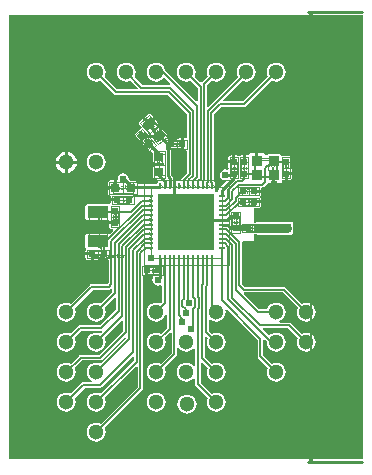
<source format=gtl>
G04 Layer_Physical_Order=1*
G04 Layer_Color=255*
%FSAX25Y25*%
%MOIN*%
G70*
G01*
G75*
%ADD10R,0.02953X0.03150*%
%ADD11R,0.02362X0.01968*%
%ADD12R,0.07087X0.03937*%
%ADD13R,0.03740X0.03347*%
%ADD14R,0.18504X0.18504*%
%ADD15O,0.00787X0.02559*%
%ADD16O,0.02559X0.00787*%
G04:AMPARAMS|DCode=17|XSize=19.68mil|YSize=25.59mil|CornerRadius=0mil|HoleSize=0mil|Usage=FLASHONLY|Rotation=40.000|XOffset=0mil|YOffset=0mil|HoleType=Round|Shape=Rectangle|*
%AMROTATEDRECTD17*
4,1,4,0.00069,-0.01613,-0.01576,0.00348,-0.00069,0.01613,0.01576,-0.00348,0.00069,-0.01613,0.0*
%
%ADD17ROTATEDRECTD17*%

%ADD18R,0.03150X0.02953*%
%ADD19R,0.02559X0.01968*%
%ADD20R,0.01968X0.02362*%
G04:AMPARAMS|DCode=21|XSize=31.5mil|YSize=29.53mil|CornerRadius=0mil|HoleSize=0mil|Usage=FLASHONLY|Rotation=40.000|XOffset=0mil|YOffset=0mil|HoleType=Round|Shape=Rectangle|*
%AMROTATEDRECTD21*
4,1,4,-0.00257,-0.02143,-0.02155,0.00119,0.00257,0.02143,0.02155,-0.00119,-0.00257,-0.02143,0.0*
%
%ADD21ROTATEDRECTD21*%

%ADD22R,0.03000X0.03000*%
%ADD23C,0.00900*%
%ADD24C,0.01000*%
%ADD25C,0.01500*%
%ADD26C,0.00600*%
%ADD27C,0.02000*%
%ADD28C,0.03000*%
%ADD29C,0.00800*%
%ADD30C,0.01100*%
%ADD31C,0.00200*%
%ADD32C,0.00300*%
%ADD33C,0.00394*%
%ADD34C,0.05118*%
%ADD35C,0.02400*%
%ADD36C,0.02598*%
G36*
X0059082Y-0079082D02*
X-0059082D01*
Y0069082D01*
X0059082D01*
Y-0079082D01*
D02*
G37*
%LPC*%
G36*
X-0024158Y0014094D02*
X-0025134D01*
X-0025524Y0014017D01*
X-0025855Y0013796D01*
X-0026076Y0013465D01*
X-0026153Y0013075D01*
Y0012000D01*
X-0024158D01*
Y0014094D01*
D02*
G37*
G36*
X0035403Y0015632D02*
X0033899D01*
Y0013931D01*
X0034384D01*
X0034774Y0014009D01*
X0035105Y0014230D01*
X0035326Y0014561D01*
X0035403Y0014951D01*
Y0015632D01*
D02*
G37*
G36*
X-0040500Y0019500D02*
X-0043524D01*
X-0043467Y0019071D01*
X-0043109Y0018205D01*
X-0042538Y0017462D01*
X-0041795Y0016891D01*
X-0040929Y0016533D01*
X-0040500Y0016476D01*
Y0019500D01*
D02*
G37*
G36*
X0000289Y-0057477D02*
X-0000536Y-0057586D01*
X-0001305Y-0057904D01*
X-0001964Y-0058411D01*
X-0002471Y-0059070D01*
X-0002789Y-0059839D01*
X-0002898Y-0060664D01*
X-0002789Y-0061488D01*
X-0002471Y-0062257D01*
X-0001964Y-0062917D01*
X-0001305Y-0063423D01*
X-0000536Y-0063741D01*
X0000289Y-0063850D01*
X0001113Y-0063741D01*
X0001882Y-0063423D01*
X0002542Y-0062917D01*
X0003048Y-0062257D01*
X0003366Y-0061488D01*
X0003475Y-0060664D01*
X0003366Y-0059839D01*
X0003048Y-0059070D01*
X0002542Y-0058411D01*
X0001882Y-0057904D01*
X0001113Y-0057586D01*
X0000289Y-0057477D01*
D02*
G37*
G36*
X-0010000Y-0056814D02*
X-0010825Y-0056922D01*
X-0011593Y-0057241D01*
X-0012253Y-0057747D01*
X-0012759Y-0058407D01*
X-0013078Y-0059175D01*
X-0013186Y-0060000D01*
X-0013078Y-0060825D01*
X-0012759Y-0061593D01*
X-0012253Y-0062253D01*
X-0011593Y-0062759D01*
X-0010825Y-0063078D01*
X-0010000Y-0063186D01*
X-0009175Y-0063078D01*
X-0008407Y-0062759D01*
X-0007747Y-0062253D01*
X-0007241Y-0061593D01*
X-0006922Y-0060825D01*
X-0006814Y-0060000D01*
X-0006922Y-0059175D01*
X-0007241Y-0058407D01*
X-0007747Y-0057747D01*
X-0008407Y-0057241D01*
X-0009175Y-0056922D01*
X-0010000Y-0056814D01*
D02*
G37*
G36*
X-0031868Y-0011100D02*
X-0033569D01*
Y-0011584D01*
X-0033492Y-0011974D01*
X-0033271Y-0012305D01*
X-0032940Y-0012526D01*
X-0032550Y-0012604D01*
X-0031868D01*
Y-0011100D01*
D02*
G37*
G36*
X-0036476Y0019500D02*
X-0039500D01*
Y0016476D01*
X-0039071Y0016533D01*
X-0038205Y0016891D01*
X-0037462Y0017462D01*
X-0036891Y0018205D01*
X-0036533Y0019071D01*
X-0036476Y0019500D01*
D02*
G37*
G36*
X-0010197Y0034140D02*
X-0011801Y0032794D01*
X-0010518Y0031265D01*
X-0009695Y0031956D01*
X-0009446Y0032266D01*
X-0009334Y0032648D01*
X-0009378Y0033044D01*
X-0009569Y0033392D01*
X-0010197Y0034140D01*
D02*
G37*
G36*
X-0012159Y0036015D02*
X-0012555Y0035971D01*
X-0012903Y0035780D01*
X-0013727Y0035089D01*
X-0012444Y0033560D01*
X-0010839Y0034906D01*
X-0011467Y0035654D01*
X-0011777Y0035903D01*
X-0012159Y0036015D01*
D02*
G37*
G36*
X0030000Y0053186D02*
X0029175Y0053078D01*
X0028407Y0052759D01*
X0027747Y0052253D01*
X0027241Y0051593D01*
X0026922Y0050825D01*
X0026814Y0050000D01*
X0026922Y0049175D01*
X0027202Y0048500D01*
X0018990Y0040288D01*
X0012442D01*
X0012250Y0040750D01*
X0018643Y0047143D01*
X0019175Y0046922D01*
X0020000Y0046814D01*
X0020825Y0046922D01*
X0021593Y0047241D01*
X0022253Y0047747D01*
X0022759Y0048407D01*
X0023078Y0049175D01*
X0023186Y0050000D01*
X0023078Y0050825D01*
X0022759Y0051593D01*
X0022253Y0052253D01*
X0021593Y0052759D01*
X0020825Y0053078D01*
X0020000Y0053186D01*
X0019175Y0053078D01*
X0018407Y0052759D01*
X0017747Y0052253D01*
X0017241Y0051593D01*
X0016922Y0050825D01*
X0016814Y0050000D01*
X0016922Y0049175D01*
X0017241Y0048407D01*
X0017272Y0048366D01*
X0007380Y0038474D01*
X0006918Y0038666D01*
Y0045620D01*
X0008500Y0047202D01*
X0009175Y0046922D01*
X0010000Y0046814D01*
X0010825Y0046922D01*
X0011593Y0047241D01*
X0012253Y0047747D01*
X0012759Y0048407D01*
X0013078Y0049175D01*
X0013186Y0050000D01*
X0013078Y0050825D01*
X0012759Y0051593D01*
X0012253Y0052253D01*
X0011593Y0052759D01*
X0010825Y0053078D01*
X0010000Y0053186D01*
X0009175Y0053078D01*
X0008407Y0052759D01*
X0007747Y0052253D01*
X0007241Y0051593D01*
X0006922Y0050825D01*
X0006814Y0050000D01*
X0006922Y0049175D01*
X0007202Y0048500D01*
X0005354Y0046651D01*
X0005351Y0046649D01*
X0004725Y0046573D01*
X0002798Y0048500D01*
X0003078Y0049175D01*
X0003186Y0050000D01*
X0003078Y0050825D01*
X0002759Y0051593D01*
X0002253Y0052253D01*
X0001593Y0052759D01*
X0000825Y0053078D01*
X0000000Y0053186D01*
X-0000825Y0053078D01*
X-0001593Y0052759D01*
X-0002253Y0052253D01*
X-0002759Y0051593D01*
X-0003078Y0050825D01*
X-0003186Y0050000D01*
X-0003078Y0049175D01*
X-0002759Y0048407D01*
X-0002253Y0047747D01*
X-0001593Y0047241D01*
X-0000825Y0046922D01*
X0000000Y0046814D01*
X0000825Y0046922D01*
X0001500Y0047202D01*
X0003882Y0044820D01*
Y0040251D01*
X0003420Y0040060D01*
X-0006858Y0050339D01*
X-0006922Y0050825D01*
X-0007241Y0051593D01*
X-0007747Y0052253D01*
X-0008407Y0052759D01*
X-0009175Y0053078D01*
X-0010000Y0053186D01*
X-0010825Y0053078D01*
X-0011593Y0052759D01*
X-0012253Y0052253D01*
X-0012759Y0051593D01*
X-0013078Y0050825D01*
X-0013186Y0050000D01*
X-0013078Y0049175D01*
X-0012759Y0048407D01*
X-0012253Y0047747D01*
X-0011593Y0047241D01*
X-0010825Y0046922D01*
X-0010000Y0046814D01*
X-0009175Y0046922D01*
X-0008407Y0047241D01*
X-0007747Y0047747D01*
X-0007593Y0047947D01*
X-0007095Y0047980D01*
X-0005402Y0046287D01*
X-0005427Y0046141D01*
X-0005622Y0045799D01*
X-0014502D01*
X-0017202Y0048500D01*
X-0016922Y0049175D01*
X-0016814Y0050000D01*
X-0016922Y0050825D01*
X-0017241Y0051593D01*
X-0017747Y0052253D01*
X-0018407Y0052759D01*
X-0019175Y0053078D01*
X-0020000Y0053186D01*
X-0020825Y0053078D01*
X-0021593Y0052759D01*
X-0022253Y0052253D01*
X-0022759Y0051593D01*
X-0023078Y0050825D01*
X-0023186Y0050000D01*
X-0023078Y0049175D01*
X-0022759Y0048407D01*
X-0022253Y0047747D01*
X-0021593Y0047241D01*
X-0020825Y0046922D01*
X-0020000Y0046814D01*
X-0019175Y0046922D01*
X-0018500Y0047202D01*
X-0016022Y0044725D01*
X-0016230Y0044225D01*
X-0022927D01*
X-0027202Y0048500D01*
X-0026922Y0049175D01*
X-0026814Y0050000D01*
X-0026922Y0050825D01*
X-0027241Y0051593D01*
X-0027747Y0052253D01*
X-0028407Y0052759D01*
X-0029175Y0053078D01*
X-0030000Y0053186D01*
X-0030825Y0053078D01*
X-0031593Y0052759D01*
X-0032253Y0052253D01*
X-0032759Y0051593D01*
X-0033078Y0050825D01*
X-0033186Y0050000D01*
X-0033078Y0049175D01*
X-0032759Y0048407D01*
X-0032253Y0047747D01*
X-0031593Y0047241D01*
X-0030825Y0046922D01*
X-0030000Y0046814D01*
X-0029175Y0046922D01*
X-0028500Y0047202D01*
X-0023956Y0042658D01*
X-0023658Y0042459D01*
X-0023307Y0042390D01*
X-0005987D01*
X0000282Y0036120D01*
Y0028177D01*
X-0000050Y0027904D01*
X-0000732D01*
Y0025900D01*
Y0023896D01*
X-0000050D01*
X0000282Y0023623D01*
Y0016403D01*
X-0001436Y0014684D01*
X-0001635Y0014387D01*
X-0001685Y0014139D01*
X-0001789Y0013992D01*
X-0002205Y0013777D01*
X-0002362Y0013808D01*
X-0002750Y0013731D01*
X-0002907Y0013763D01*
X-0002932Y0013800D01*
X-0003393Y0014108D01*
X-0003437Y0014117D01*
Y0011909D01*
X-0004437D01*
Y0014507D01*
X-0004441Y0014510D01*
Y0014632D01*
X-0004523Y0015042D01*
X-0004755Y0015389D01*
X-0004755Y0015389D01*
X-0005129Y0015764D01*
Y0024266D01*
X-0003987D01*
X-0003791Y0024348D01*
X-0003527Y0024455D01*
X-0003135Y0024197D01*
X-0003133Y0024195D01*
X-0002803Y0023974D01*
X-0002413Y0023896D01*
X-0001732D01*
Y0025900D01*
Y0027904D01*
X-0002413D01*
X-0002803Y0027826D01*
X-0003133Y0027605D01*
X-0003135Y0027603D01*
X-0003527Y0027345D01*
X-0003791Y0027452D01*
X-0003987Y0027534D01*
X-0006120D01*
X-0006526Y0027940D01*
X-0006516Y0028168D01*
X-0006287Y0028609D01*
X-0006436Y0029083D01*
X-0008334Y0031345D01*
X-0008775Y0031574D01*
X-0009249Y0031425D01*
X-0010871Y0030064D01*
X-0011115Y0030111D01*
X-0011231Y0030560D01*
X-0012888Y0032534D01*
X-0014493Y0034446D01*
X-0015316Y0033755D01*
X-0015565Y0033445D01*
X-0015676Y0033063D01*
X-0015633Y0032668D01*
X-0015442Y0032319D01*
X-0014827Y0031586D01*
X-0015004Y0031020D01*
X-0015185Y0030963D01*
X-0016693Y0029698D01*
X-0016923Y0029257D01*
X-0016773Y0028783D01*
X-0015128Y0026822D01*
X-0014687Y0026593D01*
X-0014441Y0026146D01*
X-0014369Y0025918D01*
X-0012724Y0023957D01*
X-0012283Y0023728D01*
X-0011835Y0023869D01*
X-0011124Y0023158D01*
Y0020401D01*
X-0010934Y0019942D01*
X-0010475Y0019752D01*
X-0007325D01*
X-0007271Y0019715D01*
Y0018725D01*
X-0007325Y0018689D01*
X-0010475D01*
X-0010934Y0018498D01*
X-0011124Y0018039D01*
Y0015087D01*
X-0010934Y0014627D01*
X-0010475Y0014437D01*
X-0009588D01*
X-0009230Y0014039D01*
X-0009306Y0013560D01*
X-0009378Y0013512D01*
X-0009597Y0013183D01*
X-0009657Y0012882D01*
X-0016217D01*
Y0013075D01*
X-0016407Y0013534D01*
X-0016866Y0013724D01*
X-0018391D01*
X-0019150Y0014483D01*
X-0019289Y0015179D01*
X-0019687Y0015774D01*
X-0020282Y0016172D01*
X-0020984Y0016312D01*
X-0021687Y0016172D01*
X-0022282Y0015774D01*
X-0022680Y0015179D01*
X-0022820Y0014476D01*
X-0023133Y0014094D01*
X-0023157D01*
Y0011500D01*
X-0023658D01*
Y0011000D01*
X-0026153D01*
Y0009925D01*
X-0026076Y0009535D01*
X-0025855Y0009204D01*
X-0025524Y0008983D01*
X-0025521Y0008983D01*
X-0025140Y0008798D01*
X-0025163Y0008417D01*
X-0025169Y0008384D01*
Y0007900D01*
X-0022968D01*
Y0006900D01*
X-0025169D01*
Y0006416D01*
X-0025134Y0006239D01*
X-0025580Y0005924D01*
X-0025857Y0006039D01*
X-0032943D01*
X-0033402Y0005849D01*
X-0033593Y0005390D01*
Y0001453D01*
X-0033402Y0000993D01*
X-0032943Y0000803D01*
X-0025857D01*
X-0025804Y0000768D01*
Y0000332D01*
X-0023800D01*
Y-0000668D01*
X-0025804D01*
Y-0001350D01*
X-0025726Y-0001740D01*
X-0025505Y-0002071D01*
X-0025174Y-0002292D01*
X-0024784Y-0002369D01*
X-0024481D01*
X-0024290Y-0002831D01*
X-0025436Y-0003978D01*
X-0025857Y-0003803D01*
X-0032943D01*
X-0033402Y-0003994D01*
X-0033593Y-0004453D01*
Y-0008390D01*
X-0033402Y-0008849D01*
X-0033352Y-0009016D01*
X-0033492Y-0009226D01*
X-0033569Y-0009616D01*
Y-0010100D01*
X-0031368D01*
Y-0010600D01*
X-0030869D01*
Y-0012604D01*
X-0030187D01*
X-0029797Y-0012526D01*
X-0029466Y-0012305D01*
X-0029465Y-0012303D01*
X-0029073Y-0012044D01*
X-0028809Y-0012152D01*
X-0028613Y-0012234D01*
X-0026250D01*
X-0026233Y-0012227D01*
X-0025818Y-0012504D01*
Y-0020201D01*
X-0026242Y-0020626D01*
X-0031543D01*
X-0031895Y-0020696D01*
X-0032192Y-0020895D01*
X-0038500Y-0027202D01*
X-0039175Y-0026922D01*
X-0040000Y-0026814D01*
X-0040825Y-0026922D01*
X-0041593Y-0027241D01*
X-0042253Y-0027747D01*
X-0042759Y-0028407D01*
X-0043078Y-0029175D01*
X-0043186Y-0030000D01*
X-0043078Y-0030825D01*
X-0042759Y-0031593D01*
X-0042253Y-0032253D01*
X-0041593Y-0032759D01*
X-0040825Y-0033078D01*
X-0040000Y-0033186D01*
X-0039175Y-0033078D01*
X-0038407Y-0032759D01*
X-0037747Y-0032253D01*
X-0037241Y-0031593D01*
X-0036922Y-0030825D01*
X-0036814Y-0030000D01*
X-0036922Y-0029175D01*
X-0037202Y-0028500D01*
X-0031163Y-0022461D01*
X-0025862D01*
X-0025511Y-0022391D01*
X-0025214Y-0022192D01*
X-0025078Y-0022056D01*
X-0024615Y-0022248D01*
Y-0023318D01*
X-0028500Y-0027202D01*
X-0029175Y-0026922D01*
X-0030000Y-0026814D01*
X-0030825Y-0026922D01*
X-0031593Y-0027241D01*
X-0032253Y-0027747D01*
X-0032759Y-0028407D01*
X-0033078Y-0029175D01*
X-0033186Y-0030000D01*
X-0033078Y-0030825D01*
X-0032759Y-0031593D01*
X-0032253Y-0032253D01*
X-0031593Y-0032759D01*
X-0030825Y-0033078D01*
X-0030000Y-0033186D01*
X-0029175Y-0033078D01*
X-0028407Y-0032759D01*
X-0027747Y-0032253D01*
X-0027241Y-0031593D01*
X-0026922Y-0030825D01*
X-0026814Y-0030000D01*
X-0026922Y-0029175D01*
X-0027202Y-0028500D01*
X-0023875Y-0025173D01*
X-0023414Y-0025365D01*
Y-0029127D01*
X-0028625Y-0034338D01*
X-0035256D01*
X-0035607Y-0034408D01*
X-0035905Y-0034607D01*
X-0038500Y-0037202D01*
X-0039175Y-0036922D01*
X-0040000Y-0036814D01*
X-0040825Y-0036922D01*
X-0041593Y-0037241D01*
X-0042253Y-0037747D01*
X-0042759Y-0038407D01*
X-0043078Y-0039175D01*
X-0043186Y-0040000D01*
X-0043078Y-0040825D01*
X-0042759Y-0041593D01*
X-0042253Y-0042253D01*
X-0041593Y-0042759D01*
X-0040825Y-0043078D01*
X-0040000Y-0043186D01*
X-0039175Y-0043078D01*
X-0038407Y-0042759D01*
X-0037747Y-0042253D01*
X-0037241Y-0041593D01*
X-0036922Y-0040825D01*
X-0036814Y-0040000D01*
X-0036922Y-0039175D01*
X-0037202Y-0038500D01*
X-0034876Y-0036173D01*
X-0028245D01*
X-0028162Y-0036157D01*
X-0027915Y-0036618D01*
X-0028500Y-0037202D01*
X-0029175Y-0036922D01*
X-0030000Y-0036814D01*
X-0030825Y-0036922D01*
X-0031593Y-0037241D01*
X-0032253Y-0037747D01*
X-0032759Y-0038407D01*
X-0033078Y-0039175D01*
X-0033186Y-0040000D01*
X-0033078Y-0040825D01*
X-0032759Y-0041593D01*
X-0032253Y-0042253D01*
X-0031593Y-0042759D01*
X-0030825Y-0043078D01*
X-0030000Y-0043186D01*
X-0029175Y-0043078D01*
X-0028407Y-0042759D01*
X-0027747Y-0042253D01*
X-0027241Y-0041593D01*
X-0026922Y-0040825D01*
X-0026814Y-0040000D01*
X-0026922Y-0039175D01*
X-0027202Y-0038500D01*
X-0021465Y-0032763D01*
X-0021003Y-0032954D01*
Y-0036297D01*
X-0028980Y-0044273D01*
X-0035191D01*
X-0035542Y-0044343D01*
X-0035840Y-0044542D01*
X-0038500Y-0047202D01*
X-0039175Y-0046922D01*
X-0040000Y-0046814D01*
X-0040825Y-0046922D01*
X-0041593Y-0047241D01*
X-0042253Y-0047747D01*
X-0042759Y-0048407D01*
X-0043078Y-0049175D01*
X-0043186Y-0050000D01*
X-0043078Y-0050825D01*
X-0042759Y-0051593D01*
X-0042253Y-0052253D01*
X-0041593Y-0052759D01*
X-0040825Y-0053078D01*
X-0040000Y-0053186D01*
X-0039175Y-0053078D01*
X-0038407Y-0052759D01*
X-0037747Y-0052253D01*
X-0037241Y-0051593D01*
X-0036922Y-0050825D01*
X-0036814Y-0050000D01*
X-0036922Y-0049175D01*
X-0037202Y-0048500D01*
X-0034811Y-0046108D01*
X-0028600D01*
X-0028248Y-0046039D01*
X-0027951Y-0045840D01*
X-0020633Y-0038522D01*
X-0020090Y-0038686D01*
X-0020073Y-0038775D01*
X-0028500Y-0047202D01*
X-0029175Y-0046922D01*
X-0030000Y-0046814D01*
X-0030825Y-0046922D01*
X-0031593Y-0047241D01*
X-0032253Y-0047747D01*
X-0032759Y-0048407D01*
X-0033078Y-0049175D01*
X-0033186Y-0050000D01*
X-0033078Y-0050825D01*
X-0032759Y-0051593D01*
X-0032253Y-0052253D01*
X-0031593Y-0052759D01*
X-0031411Y-0052835D01*
X-0031511Y-0053335D01*
X-0034252D01*
X-0034604Y-0053405D01*
X-0034901Y-0053604D01*
X-0038500Y-0057202D01*
X-0039175Y-0056922D01*
X-0040000Y-0056814D01*
X-0040825Y-0056922D01*
X-0041593Y-0057241D01*
X-0042253Y-0057747D01*
X-0042759Y-0058407D01*
X-0043078Y-0059175D01*
X-0043186Y-0060000D01*
X-0043078Y-0060825D01*
X-0042759Y-0061593D01*
X-0042253Y-0062253D01*
X-0041593Y-0062759D01*
X-0040825Y-0063078D01*
X-0040000Y-0063186D01*
X-0039175Y-0063078D01*
X-0038407Y-0062759D01*
X-0037747Y-0062253D01*
X-0037241Y-0061593D01*
X-0036922Y-0060825D01*
X-0036814Y-0060000D01*
X-0036922Y-0059175D01*
X-0037202Y-0058500D01*
X-0033872Y-0055170D01*
X-0028572D01*
X-0028221Y-0055100D01*
X-0027923Y-0054901D01*
X-0017865Y-0044843D01*
X-0017403Y-0045034D01*
Y-0046105D01*
X-0028500Y-0057202D01*
X-0029175Y-0056922D01*
X-0030000Y-0056814D01*
X-0030825Y-0056922D01*
X-0031593Y-0057241D01*
X-0032253Y-0057747D01*
X-0032759Y-0058407D01*
X-0033078Y-0059175D01*
X-0033186Y-0060000D01*
X-0033078Y-0060825D01*
X-0032759Y-0061593D01*
X-0032253Y-0062253D01*
X-0031593Y-0062759D01*
X-0030825Y-0063078D01*
X-0030000Y-0063186D01*
X-0029175Y-0063078D01*
X-0028407Y-0062759D01*
X-0027747Y-0062253D01*
X-0027241Y-0061593D01*
X-0026922Y-0060825D01*
X-0026814Y-0060000D01*
X-0026922Y-0059175D01*
X-0027202Y-0058500D01*
X-0016665Y-0047963D01*
X-0016203Y-0048154D01*
Y-0054905D01*
X-0028500Y-0067202D01*
X-0029175Y-0066922D01*
X-0030000Y-0066814D01*
X-0030825Y-0066922D01*
X-0031593Y-0067241D01*
X-0032253Y-0067747D01*
X-0032759Y-0068407D01*
X-0033078Y-0069175D01*
X-0033186Y-0070000D01*
X-0033078Y-0070825D01*
X-0032759Y-0071593D01*
X-0032253Y-0072253D01*
X-0031593Y-0072759D01*
X-0030825Y-0073078D01*
X-0030000Y-0073186D01*
X-0029175Y-0073078D01*
X-0028407Y-0072759D01*
X-0027747Y-0072253D01*
X-0027241Y-0071593D01*
X-0026922Y-0070825D01*
X-0026814Y-0070000D01*
X-0026922Y-0069175D01*
X-0027202Y-0068500D01*
X-0014637Y-0055934D01*
X-0014438Y-0055637D01*
X-0014368Y-0055285D01*
Y-0018119D01*
X-0014350Y-0018104D01*
X-0013668D01*
Y-0016100D01*
X-0012668D01*
Y-0018104D01*
X-0011987D01*
X-0011597Y-0018026D01*
X-0011320Y-0017841D01*
X-0011206Y-0017863D01*
X-0011125Y-0017977D01*
X-0011040Y-0018514D01*
X-0011096Y-0018598D01*
X-0011235Y-0019300D01*
X-0011096Y-0020002D01*
X-0010698Y-0020598D01*
X-0010102Y-0020996D01*
X-0009400Y-0021135D01*
X-0008698Y-0020996D01*
X-0008504Y-0020866D01*
X-0008004Y-0021134D01*
Y-0026706D01*
X-0008500Y-0027202D01*
X-0009175Y-0026922D01*
X-0010000Y-0026814D01*
X-0010825Y-0026922D01*
X-0011593Y-0027241D01*
X-0012253Y-0027747D01*
X-0012759Y-0028407D01*
X-0013078Y-0029175D01*
X-0013186Y-0030000D01*
X-0013078Y-0030825D01*
X-0012759Y-0031593D01*
X-0012253Y-0032253D01*
X-0011593Y-0032759D01*
X-0010825Y-0033078D01*
X-0010000Y-0033186D01*
X-0009175Y-0033078D01*
X-0008407Y-0032759D01*
X-0007747Y-0032253D01*
X-0007241Y-0031593D01*
X-0006922Y-0030825D01*
X-0006429Y-0030895D01*
Y-0035132D01*
X-0008500Y-0037202D01*
X-0009175Y-0036922D01*
X-0010000Y-0036814D01*
X-0010825Y-0036922D01*
X-0011593Y-0037241D01*
X-0012253Y-0037747D01*
X-0012759Y-0038407D01*
X-0013078Y-0039175D01*
X-0013186Y-0040000D01*
X-0013078Y-0040825D01*
X-0012759Y-0041593D01*
X-0012253Y-0042253D01*
X-0011593Y-0042759D01*
X-0010825Y-0043078D01*
X-0010000Y-0043186D01*
X-0009175Y-0043078D01*
X-0008407Y-0042759D01*
X-0007747Y-0042253D01*
X-0007241Y-0041593D01*
X-0006922Y-0040825D01*
X-0006814Y-0040000D01*
X-0006922Y-0039175D01*
X-0007202Y-0038500D01*
X-0005355Y-0036652D01*
X-0004855Y-0036860D01*
Y-0043557D01*
X-0008500Y-0047202D01*
X-0009175Y-0046922D01*
X-0010000Y-0046814D01*
X-0010825Y-0046922D01*
X-0011593Y-0047241D01*
X-0012253Y-0047747D01*
X-0012759Y-0048407D01*
X-0013078Y-0049175D01*
X-0013186Y-0050000D01*
X-0013078Y-0050825D01*
X-0012759Y-0051593D01*
X-0012253Y-0052253D01*
X-0011593Y-0052759D01*
X-0010825Y-0053078D01*
X-0010000Y-0053186D01*
X-0009175Y-0053078D01*
X-0008407Y-0052759D01*
X-0007747Y-0052253D01*
X-0007241Y-0051593D01*
X-0006922Y-0050825D01*
X-0006814Y-0050000D01*
X-0006922Y-0049175D01*
X-0007202Y-0048500D01*
X-0003288Y-0044586D01*
X-0003089Y-0044288D01*
X-0003019Y-0043937D01*
Y-0042076D01*
X-0002519Y-0041906D01*
X-0002253Y-0042253D01*
X-0001593Y-0042759D01*
X-0000825Y-0043078D01*
X0000000Y-0043186D01*
X0000825Y-0043078D01*
X0001593Y-0042759D01*
X0002253Y-0042253D01*
X0002519Y-0041906D01*
X0003019Y-0042076D01*
Y-0047924D01*
X0002519Y-0048094D01*
X0002253Y-0047747D01*
X0001593Y-0047241D01*
X0000825Y-0046922D01*
X0000000Y-0046814D01*
X-0000825Y-0046922D01*
X-0001593Y-0047241D01*
X-0002253Y-0047747D01*
X-0002759Y-0048407D01*
X-0003078Y-0049175D01*
X-0003186Y-0050000D01*
X-0003078Y-0050825D01*
X-0002759Y-0051593D01*
X-0002253Y-0052253D01*
X-0001593Y-0052759D01*
X-0000825Y-0053078D01*
X0000000Y-0053186D01*
X0000825Y-0053078D01*
X0001593Y-0052759D01*
X0002253Y-0052253D01*
X0002519Y-0051906D01*
X0003019Y-0052076D01*
Y-0053937D01*
X0003089Y-0054288D01*
X0003288Y-0054586D01*
X0007202Y-0058500D01*
X0006922Y-0059175D01*
X0006814Y-0060000D01*
X0006922Y-0060825D01*
X0007241Y-0061593D01*
X0007747Y-0062253D01*
X0008407Y-0062759D01*
X0009175Y-0063078D01*
X0010000Y-0063186D01*
X0010825Y-0063078D01*
X0011593Y-0062759D01*
X0012253Y-0062253D01*
X0012759Y-0061593D01*
X0013078Y-0060825D01*
X0013186Y-0060000D01*
X0013078Y-0059175D01*
X0012759Y-0058407D01*
X0012253Y-0057747D01*
X0011593Y-0057241D01*
X0010825Y-0056922D01*
X0010000Y-0056814D01*
X0009175Y-0056922D01*
X0008500Y-0057202D01*
X0004855Y-0053557D01*
Y-0046806D01*
X0005317Y-0046614D01*
X0007202Y-0048500D01*
X0006922Y-0049175D01*
X0006814Y-0050000D01*
X0006922Y-0050825D01*
X0007241Y-0051593D01*
X0007747Y-0052253D01*
X0008407Y-0052759D01*
X0009175Y-0053078D01*
X0010000Y-0053186D01*
X0010825Y-0053078D01*
X0011593Y-0052759D01*
X0012253Y-0052253D01*
X0012759Y-0051593D01*
X0013078Y-0050825D01*
X0013186Y-0050000D01*
X0013078Y-0049175D01*
X0012759Y-0048407D01*
X0012253Y-0047747D01*
X0011593Y-0047241D01*
X0010825Y-0046922D01*
X0010000Y-0046814D01*
X0009175Y-0046922D01*
X0008500Y-0047202D01*
X0006259Y-0044961D01*
Y-0038210D01*
X0006720Y-0038018D01*
X0007202Y-0038500D01*
X0006922Y-0039175D01*
X0006814Y-0040000D01*
X0006922Y-0040825D01*
X0007241Y-0041593D01*
X0007747Y-0042253D01*
X0008407Y-0042759D01*
X0009175Y-0043078D01*
X0010000Y-0043186D01*
X0010825Y-0043078D01*
X0011593Y-0042759D01*
X0012253Y-0042253D01*
X0012759Y-0041593D01*
X0013078Y-0040825D01*
X0013186Y-0040000D01*
X0013078Y-0039175D01*
X0012759Y-0038407D01*
X0012253Y-0037747D01*
X0011593Y-0037241D01*
X0010825Y-0036922D01*
X0010000Y-0036814D01*
X0009175Y-0036922D01*
X0008500Y-0037202D01*
X0007459Y-0036161D01*
Y-0032662D01*
X0007959Y-0032415D01*
X0008407Y-0032759D01*
X0009175Y-0033078D01*
X0010000Y-0033186D01*
X0010825Y-0033078D01*
X0011593Y-0032759D01*
X0012253Y-0032253D01*
X0012759Y-0031593D01*
X0013078Y-0030825D01*
X0013186Y-0030000D01*
X0013088Y-0029254D01*
X0013258Y-0029106D01*
X0013540Y-0028998D01*
X0023792Y-0039251D01*
Y-0044710D01*
X0023862Y-0045061D01*
X0024061Y-0045359D01*
X0027202Y-0048500D01*
X0026922Y-0049175D01*
X0026814Y-0050000D01*
X0026922Y-0050825D01*
X0027241Y-0051593D01*
X0027747Y-0052253D01*
X0028407Y-0052759D01*
X0029175Y-0053078D01*
X0030000Y-0053186D01*
X0030825Y-0053078D01*
X0031593Y-0052759D01*
X0032253Y-0052253D01*
X0032759Y-0051593D01*
X0033078Y-0050825D01*
X0033186Y-0050000D01*
X0033078Y-0049175D01*
X0032759Y-0048407D01*
X0032253Y-0047747D01*
X0031593Y-0047241D01*
X0030825Y-0046922D01*
X0030000Y-0046814D01*
X0029175Y-0046922D01*
X0028500Y-0047202D01*
X0025628Y-0044330D01*
Y-0039222D01*
X0026128Y-0039015D01*
X0026849Y-0039736D01*
X0026814Y-0040000D01*
X0026922Y-0040825D01*
X0027241Y-0041593D01*
X0027747Y-0042253D01*
X0028407Y-0042759D01*
X0029175Y-0043078D01*
X0030000Y-0043186D01*
X0030825Y-0043078D01*
X0031593Y-0042759D01*
X0032253Y-0042253D01*
X0032759Y-0041593D01*
X0033078Y-0040825D01*
X0033186Y-0040000D01*
X0033078Y-0039175D01*
X0032759Y-0038407D01*
X0032253Y-0037747D01*
X0031593Y-0037241D01*
X0030825Y-0036922D01*
X0030000Y-0036814D01*
X0029175Y-0036922D01*
X0028407Y-0037241D01*
X0027747Y-0037747D01*
X0027473Y-0037765D01*
X0025490Y-0035782D01*
X0025681Y-0035320D01*
X0034022D01*
X0037202Y-0038500D01*
X0036922Y-0039175D01*
X0036814Y-0040000D01*
X0036922Y-0040825D01*
X0037241Y-0041593D01*
X0037747Y-0042253D01*
X0038407Y-0042759D01*
X0039175Y-0043078D01*
X0040000Y-0043186D01*
X0040825Y-0043078D01*
X0041593Y-0042759D01*
X0042253Y-0042253D01*
X0042759Y-0041593D01*
X0043078Y-0040825D01*
X0043186Y-0040000D01*
X0043078Y-0039175D01*
X0042759Y-0038407D01*
X0042253Y-0037747D01*
X0041593Y-0037241D01*
X0040825Y-0036922D01*
X0040000Y-0036814D01*
X0039175Y-0036922D01*
X0038500Y-0037202D01*
X0035051Y-0033753D01*
X0034754Y-0033555D01*
X0034402Y-0033485D01*
X0031149D01*
X0031049Y-0032985D01*
X0031593Y-0032759D01*
X0032253Y-0032253D01*
X0032759Y-0031593D01*
X0033078Y-0030825D01*
X0033186Y-0030000D01*
X0033078Y-0029175D01*
X0032759Y-0028407D01*
X0032253Y-0027747D01*
X0031593Y-0027241D01*
X0030825Y-0026922D01*
X0030000Y-0026814D01*
X0029175Y-0026922D01*
X0028407Y-0027241D01*
X0027747Y-0027747D01*
X0027241Y-0028407D01*
X0026961Y-0029082D01*
X0024180D01*
X0019002Y-0023904D01*
X0019197Y-0023489D01*
X0019243Y-0023438D01*
X0032140D01*
X0037202Y-0028500D01*
X0036922Y-0029175D01*
X0036814Y-0030000D01*
X0036922Y-0030825D01*
X0037241Y-0031593D01*
X0037747Y-0032253D01*
X0038407Y-0032759D01*
X0039175Y-0033078D01*
X0040000Y-0033186D01*
X0040825Y-0033078D01*
X0041593Y-0032759D01*
X0042253Y-0032253D01*
X0042759Y-0031593D01*
X0043078Y-0030825D01*
X0043186Y-0030000D01*
X0043078Y-0029175D01*
X0042759Y-0028407D01*
X0042253Y-0027747D01*
X0041593Y-0027241D01*
X0040825Y-0026922D01*
X0040000Y-0026814D01*
X0039175Y-0026922D01*
X0038500Y-0027202D01*
X0033169Y-0021872D01*
X0032872Y-0021673D01*
X0032520Y-0021603D01*
X0019601D01*
X0018618Y-0020620D01*
Y-0006633D01*
X0018891Y-0006300D01*
X0022500D01*
Y-0004098D01*
X0023000Y-0003831D01*
X0023182Y-0003953D01*
X0024002Y-0004116D01*
X0031980D01*
X0032000Y-0004124D01*
X0035000D01*
X0035459Y-0003934D01*
X0035649Y-0003475D01*
Y-0000475D01*
X0035459Y-0000016D01*
X0035000Y0000175D01*
X0032000D01*
X0031980Y0000166D01*
X0024002D01*
X0023182Y0000003D01*
X0023000Y-0000118D01*
X0022500Y0000149D01*
Y0004796D01*
X0023950D01*
X0024340Y0004874D01*
X0024671Y0005095D01*
X0024892Y0005426D01*
X0024969Y0005816D01*
Y0006300D01*
X0022769D01*
Y0007300D01*
X0024969D01*
Y0007784D01*
X0024892Y0008174D01*
X0024694Y0008550D01*
X0024892Y0008926D01*
X0024969Y0009316D01*
Y0009800D01*
X0022769D01*
Y0010800D01*
X0024969D01*
Y0011284D01*
X0025214Y0011583D01*
X0025399D01*
X0025750Y0011653D01*
X0026048Y0011851D01*
X0027048Y0012852D01*
X0027247Y0013149D01*
X0027251Y0013170D01*
X0027384Y0013144D01*
X0028754D01*
Y0015837D01*
X0029754D01*
Y0013144D01*
X0031124D01*
X0031514Y0013222D01*
X0031845Y0013443D01*
X0032066Y0013773D01*
X0032109Y0013992D01*
X0032415Y0013931D01*
X0032899D01*
Y0016132D01*
X0033399D01*
Y0016632D01*
X0035403D01*
Y0017313D01*
X0035326Y0017704D01*
X0035105Y0018034D01*
X0035103Y0018035D01*
X0034844Y0018427D01*
X0034952Y0018692D01*
X0035033Y0018888D01*
Y0021250D01*
X0034843Y0021710D01*
X0034384Y0021900D01*
X0032415D01*
X0032273Y0021841D01*
X0031787Y0022032D01*
X0031732Y0022138D01*
X0031583Y0022497D01*
X0031124Y0022687D01*
X0027384D01*
X0026924Y0022497D01*
X0026876Y0022381D01*
X0026357Y0022428D01*
X0026136Y0022759D01*
X0025805Y0022980D01*
X0025415Y0023057D01*
X0024045D01*
Y0020365D01*
X0023045D01*
Y0023057D01*
X0021675D01*
X0021285Y0022980D01*
X0020954Y0022759D01*
X0020733Y0022428D01*
X0020689Y0022209D01*
X0020384Y0022270D01*
X0019899D01*
Y0020069D01*
X0018899D01*
Y0022270D01*
X0018415D01*
X0018025Y0022192D01*
X0017649Y0021995D01*
X0017274Y0022192D01*
X0016884Y0022270D01*
X0016399D01*
Y0020069D01*
X0015899D01*
Y0019569D01*
X0013895D01*
Y0018888D01*
X0013973Y0018498D01*
X0014194Y0018167D01*
X0014196Y0018166D01*
X0014211Y0018144D01*
X0014111Y0017866D01*
X0013802Y0017496D01*
X0013099Y0017636D01*
X0012397Y0017496D01*
X0011802Y0017098D01*
X0011404Y0016503D01*
X0011264Y0015801D01*
X0011404Y0015098D01*
X0011802Y0014503D01*
X0012397Y0014105D01*
X0013007Y0013984D01*
X0013156Y0013710D01*
X0013208Y0013477D01*
X0011107Y0011376D01*
X0010864Y0011012D01*
X0010778Y0010583D01*
X0010778Y0010583D01*
Y0010046D01*
X0010612Y0009909D01*
X0009973Y0009973D01*
X0009642Y0010194D01*
X0009597Y0010636D01*
X0009675Y0011024D01*
Y0012795D01*
X0009597Y0013183D01*
X0009574Y0013218D01*
X0009509Y0013544D01*
X0009318Y0013830D01*
Y0036120D01*
X0011650Y0038452D01*
X0019370D01*
X0019721Y0038522D01*
X0020019Y0038721D01*
X0028500Y0047202D01*
X0029175Y0046922D01*
X0030000Y0046814D01*
X0030825Y0046922D01*
X0031593Y0047241D01*
X0032253Y0047747D01*
X0032759Y0048407D01*
X0033078Y0049175D01*
X0033186Y0050000D01*
X0033078Y0050825D01*
X0032759Y0051593D01*
X0032253Y0052253D01*
X0031593Y0052759D01*
X0030825Y0053078D01*
X0030000Y0053186D01*
D02*
G37*
G36*
X0015399Y0022270D02*
X0014915D01*
X0014525Y0022192D01*
X0014194Y0021971D01*
X0013973Y0021641D01*
X0013895Y0021250D01*
Y0020569D01*
X0015399D01*
Y0022270D01*
D02*
G37*
G36*
X-0030000Y0023186D02*
X-0030825Y0023078D01*
X-0031593Y0022759D01*
X-0032253Y0022253D01*
X-0032759Y0021593D01*
X-0033078Y0020825D01*
X-0033186Y0020000D01*
X-0033078Y0019175D01*
X-0032759Y0018407D01*
X-0032253Y0017747D01*
X-0031593Y0017241D01*
X-0030825Y0016922D01*
X-0030000Y0016814D01*
X-0029175Y0016922D01*
X-0028407Y0017241D01*
X-0027747Y0017747D01*
X-0027241Y0018407D01*
X-0026922Y0019175D01*
X-0026814Y0020000D01*
X-0026922Y0020825D01*
X-0027241Y0021593D01*
X-0027747Y0022253D01*
X-0028407Y0022759D01*
X-0029175Y0023078D01*
X-0030000Y0023186D01*
D02*
G37*
G36*
X-0040500Y0023524D02*
X-0040929Y0023467D01*
X-0041795Y0023109D01*
X-0042538Y0022538D01*
X-0043109Y0021795D01*
X-0043467Y0020929D01*
X-0043524Y0020500D01*
X-0040500D01*
Y0023524D01*
D02*
G37*
G36*
X-0039500D02*
Y0020500D01*
X-0036476D01*
X-0036533Y0020929D01*
X-0036891Y0021795D01*
X-0037462Y0022538D01*
X-0038205Y0023109D01*
X-0039071Y0023467D01*
X-0039500Y0023524D01*
D02*
G37*
%LPD*%
D10*
X-0018342Y0011500D02*
D03*
X-0023658D02*
D03*
D11*
X-0001232Y0025900D02*
D03*
X-0005169D02*
D03*
X0022769Y0010300D02*
D03*
X0018832D02*
D03*
X0018832Y0006800D02*
D03*
X0022769D02*
D03*
X-0013169Y-0016100D02*
D03*
X-0009232D02*
D03*
X-0022968Y0007400D02*
D03*
X-0019031D02*
D03*
X-0031368Y-0010600D02*
D03*
X-0027431D02*
D03*
D12*
X-0029400Y0003421D02*
D03*
Y-0006421D02*
D03*
D13*
X0029254Y0015837D02*
D03*
Y0020365D02*
D03*
X0023545D02*
D03*
Y0015837D02*
D03*
D14*
X0000000Y0000000D02*
D03*
D15*
X-0008661Y0011909D02*
D03*
X-0007087D02*
D03*
X-0005512D02*
D03*
X-0003937D02*
D03*
X-0002362D02*
D03*
X-0000787D02*
D03*
X0000787D02*
D03*
X0002362D02*
D03*
X0003937D02*
D03*
X0005512D02*
D03*
X0007087D02*
D03*
X0008661D02*
D03*
Y-0011909D02*
D03*
X0007087D02*
D03*
X0005512D02*
D03*
X0003937D02*
D03*
X0002362D02*
D03*
X0000787D02*
D03*
X-0000787D02*
D03*
X-0002362D02*
D03*
X-0003937D02*
D03*
X-0005512D02*
D03*
X-0007087D02*
D03*
X-0008661D02*
D03*
D16*
X0011909Y0008661D02*
D03*
Y0007087D02*
D03*
Y0005512D02*
D03*
Y0003937D02*
D03*
Y0002362D02*
D03*
Y0000787D02*
D03*
Y-0000787D02*
D03*
Y-0002362D02*
D03*
Y-0003937D02*
D03*
Y-0005512D02*
D03*
Y-0007087D02*
D03*
Y-0008661D02*
D03*
X-0011909D02*
D03*
Y-0007087D02*
D03*
Y-0005512D02*
D03*
Y-0003937D02*
D03*
Y-0002362D02*
D03*
Y-0000787D02*
D03*
Y0000787D02*
D03*
Y0002362D02*
D03*
Y0003937D02*
D03*
Y0005512D02*
D03*
Y0007087D02*
D03*
Y0008661D02*
D03*
D17*
X-0014699Y0028853D02*
D03*
X-0012295Y0025987D02*
D03*
D18*
X-0008900Y0016563D02*
D03*
Y0021878D02*
D03*
D19*
X0020230Y-0002000D02*
D03*
X0023970D02*
D03*
D20*
X-0023800Y-0000169D02*
D03*
Y0003768D02*
D03*
X0015899Y0020069D02*
D03*
Y0016132D02*
D03*
X0016500Y-0001969D02*
D03*
Y0001969D02*
D03*
X0019399Y0020069D02*
D03*
Y0016132D02*
D03*
X0033399Y0016132D02*
D03*
Y0020069D02*
D03*
D21*
X-0012505Y0032856D02*
D03*
X-0009089Y0028784D02*
D03*
D22*
X0033500Y-0001975D02*
D03*
D23*
X-0014699Y0028853D02*
X-0008953D01*
X-0006200Y0015320D02*
Y0026100D01*
X-0008661Y-0018561D02*
Y-0011909D01*
X-0018327Y0012146D02*
X-0017992Y0011811D01*
X-0020984Y0014476D02*
X-0020658D01*
X-0018327Y0012146D01*
X0014999Y-0002007D02*
X0016532D01*
X-0008900Y0015376D02*
Y0016563D01*
Y0015376D02*
X-0007087Y0013562D01*
Y0011909D02*
Y0013562D01*
X-0006200Y0015320D02*
X-0005512Y0014632D01*
X-0003937Y0008661D02*
Y0011909D01*
X-0009400Y-0019300D02*
X-0008661Y-0018561D01*
X-0017992Y0011811D02*
X-0008700D01*
X0011909Y-0000787D02*
X0013780D01*
X0014999Y-0002007D01*
X0013777Y0000800D02*
X0014907Y0001930D01*
X0016532D01*
X0002431Y0000800D02*
X0013777D01*
X-0005512Y0012030D02*
Y0014632D01*
X-0003937Y0011909D02*
Y0016300D01*
X-0008953Y0028853D02*
X-0006200Y0026100D01*
D24*
X0013168Y0015732D02*
X0015899D01*
Y0016132D01*
Y0014583D02*
Y0015732D01*
X0011900Y0010583D02*
X0015899Y0014583D01*
X0013099Y0015801D02*
X0013168Y0015732D01*
X0011900Y0008769D02*
Y0010583D01*
X0040700Y-0080000D02*
X0058700D01*
X0040700Y0070000D02*
X0058700D01*
D25*
X-0018327Y0011476D02*
Y0012146D01*
X-0009690Y-0019300D02*
X-0009400D01*
D26*
X0028568Y0020069D02*
X0033399D01*
X-0029400Y0003421D02*
X-0018437D01*
X0022965Y0016132D02*
X0023753Y0015345D01*
X0018832Y0006800D02*
X0018900D01*
X0017867D02*
X0018832D01*
X0019399Y0016132D02*
X0022965D01*
X0019199D02*
X0019399D01*
X0017700Y-0021000D02*
Y-0006633D01*
X0013430Y-0002362D02*
X0017700Y-0006633D01*
X0025399Y0012500D02*
X0026399Y0013501D01*
X0019399Y0014399D02*
Y0016101D01*
X0018700Y0013700D02*
X0019399Y0014399D01*
X0017031Y0013700D02*
X0018700D01*
X0014089Y0010758D02*
X0017031Y0013700D01*
X0017542Y0012500D02*
X0025399D01*
X0015289Y0010247D02*
X0017542Y0012500D01*
X0014089Y0008126D02*
Y0010758D01*
X0026399Y0017901D02*
X0028568Y0020069D01*
X0026399Y0013501D02*
Y0017901D01*
X0011909Y-0007087D02*
X0013050D01*
X0014089Y-0008126D01*
Y-0025679D02*
Y-0008126D01*
X0011909Y-0026070D02*
Y-0008661D01*
X-0014771Y0007087D02*
X-0011909D01*
X-0026582Y-0006421D02*
X-0014649Y0005512D01*
X-0011909D01*
X-0024900Y-0006439D02*
X-0014524Y0003937D01*
X-0011909D01*
X-0023698Y-0006937D02*
X-0014398Y0002362D01*
X-0011909D01*
X-0022496Y-0007435D02*
X-0014273Y0000787D01*
X-0011909D01*
X-0021285Y-0007937D02*
X-0014136Y-0000787D01*
X-0011909D01*
X-0017685Y-0009428D02*
X-0013769Y-0005512D01*
X-0011909D01*
X-0016485Y-0009925D02*
X-0013647Y-0007087D01*
X-0011909D01*
X-0020085Y-0008434D02*
X-0014014Y-0002362D01*
X-0011909D01*
X-0018885Y-0008931D02*
X-0013892Y-0003937D01*
X-0011909D01*
X0013185Y-0005512D02*
X0015289Y-0007616D01*
X0013307Y-0003937D02*
X0016500Y-0007130D01*
X-0007087Y-0027087D02*
Y-0011909D01*
X0011909Y-0002362D02*
X0013430D01*
X0011909Y-0003937D02*
X0013307D01*
X0016500Y0008119D02*
X0018406Y0010025D01*
X0011909Y0007087D02*
X0013050D01*
X0014089Y0008126D01*
X0011909Y0005512D02*
X0013185D01*
X0015289Y0007616D01*
X0011909Y0003937D02*
X0013307D01*
X0016500Y0007130D01*
X0016500Y0008119D01*
X0011909Y0002362D02*
X0013430D01*
X0017867Y0006800D01*
X0011909Y-0005512D02*
X0013185D01*
X0016500Y-0022700D02*
Y-0007130D01*
X0015289Y0007616D02*
Y0010247D01*
X0005512Y-0020600D02*
Y-0011909D01*
X-0013525Y-0008661D02*
X-0011909D01*
X-0015285Y-0010422D02*
X-0013525Y-0008661D01*
X-0024900Y-0020581D02*
Y-0006439D01*
X-0029400Y-0006421D02*
X-0026582D01*
X-0027431Y-0010600D02*
Y-0008390D01*
X-0029400Y-0006421D02*
X-0027431Y-0008390D01*
X-0018437Y0003421D02*
X-0014771Y0007087D01*
X0000787Y0011909D02*
Y0013914D01*
X0002362Y0011909D02*
Y0013682D01*
X0003937Y0011909D02*
Y0013559D01*
X0004800Y0014422D01*
X0002362Y0013682D02*
X0003600Y0014919D01*
X0005512Y0011909D02*
Y0013437D01*
X0006000Y0013925D01*
X0007087Y0011909D02*
Y0013315D01*
X0007200Y0013428D01*
X0008661Y0011909D02*
Y0013193D01*
X0008400Y0013454D02*
X0008661Y0013193D01*
X0008400Y0013454D02*
Y0036500D01*
X0000787Y0013914D02*
X0002400Y0015526D01*
X-0000787Y0011909D02*
Y0014036D01*
X0001200Y0016023D01*
Y0036500D01*
X0008400D02*
X0011270Y0039370D01*
X0019370D01*
X0030000Y0050000D01*
X0007200Y0013428D02*
Y0036997D01*
X0020000Y0049797D01*
Y0050000D01*
X0006000Y0013925D02*
Y0046000D01*
X0010000Y0050000D01*
X0004800Y0014422D02*
Y0045200D01*
X0000000Y0050000D02*
X0004800Y0045200D01*
X0003600Y0014919D02*
Y0038583D01*
X-0007817Y0050000D02*
X0003600Y0038583D01*
X-0010000Y0050000D02*
X-0007817D01*
X0002400Y0015526D02*
Y0036997D01*
X-0005485Y0044882D02*
X0002400Y0036997D01*
X-0014882Y0044882D02*
X-0005485D01*
X-0020000Y0050000D02*
X-0014882Y0044882D01*
X-0005607Y0043307D02*
X0001200Y0036500D01*
X-0023307Y0043307D02*
X-0005607D01*
X-0030000Y0050000D02*
X-0023307Y0043307D01*
X0015289Y-0025181D02*
Y-0007616D01*
X-0025862Y-0021543D02*
X-0024900Y-0020581D01*
X-0031543Y-0021543D02*
X-0025862D01*
X-0040000Y-0030000D02*
X-0031543Y-0021543D01*
X-0023698Y-0023698D02*
Y-0006937D01*
X-0030000Y-0030000D02*
X-0023698Y-0023698D01*
X-0021285Y-0031285D02*
Y-0007937D01*
X-0030000Y-0040000D02*
X-0021285Y-0031285D01*
X-0018885Y-0038885D02*
Y-0008931D01*
X-0030000Y-0050000D02*
X-0018885Y-0038885D01*
X-0016485Y-0046485D02*
Y-0009925D01*
X-0030000Y-0060000D02*
X-0016485Y-0046485D01*
X-0030000Y-0070000D02*
X-0015285Y-0055285D01*
Y-0010422D01*
X-0010000Y-0030000D02*
X-0007087Y-0027087D01*
X-0010000Y-0050000D02*
X-0003937Y-0043937D01*
X0008661Y-0028661D02*
Y-0011909D01*
X0005341Y-0020771D02*
X0005512Y-0020600D01*
X0005341Y-0045341D02*
X0010000Y-0050000D01*
X0003937Y-0053937D02*
X0010000Y-0060000D01*
X0007087Y-0021048D02*
Y-0011909D01*
X0006541Y-0021594D02*
X0007087Y-0021048D01*
X0008661Y-0028661D02*
X0010000Y-0030000D01*
X-0000796Y-0011918D02*
X-0000787Y-0011909D01*
X0006541Y-0036541D02*
X0010000Y-0040000D01*
X0003937Y-0053937D02*
Y-0028954D01*
X0005341Y-0024593D02*
Y-0020771D01*
X0006541Y-0024096D02*
Y-0021594D01*
X0003937Y-0028954D02*
X0004141Y-0028750D01*
Y-0027573D01*
X0006541Y-0036541D02*
Y-0028567D01*
X0005341Y-0045341D02*
Y-0028070D01*
X0004141Y-0027573D02*
X0004141Y-0027573D01*
Y-0025090D01*
X0005341Y-0028070D02*
X0005341Y-0028070D01*
Y-0024593D01*
X0005341Y-0024593D02*
X0005341Y-0024593D01*
X0006541Y-0028567D02*
X0006541Y-0028567D01*
Y-0024096D01*
X0006541Y-0024096D02*
X0006541Y-0024096D01*
X0002941Y-0027076D02*
Y-0025587D01*
X0002941Y-0027076D02*
X0002941Y-0027076D01*
X0002941Y-0028253D02*
Y-0027076D01*
X0002362Y-0028831D02*
X0002941Y-0028253D01*
X0002362Y-0034870D02*
Y-0028831D01*
X0016500Y-0022700D02*
X0023800Y-0030000D01*
X0030000D01*
X0015289Y-0025181D02*
X0024510Y-0034402D01*
X0034402D01*
X0040000Y-0040000D01*
X0011909Y-0026070D02*
X0024710Y-0038871D01*
Y-0044710D02*
Y-0038871D01*
Y-0044710D02*
X0030000Y-0050000D01*
X-0040000Y-0060000D02*
X-0034252Y-0054252D01*
X-0028572D01*
X-0017685Y-0043366D01*
Y-0009428D01*
X-0040000Y-0050000D02*
X-0035191Y-0045191D01*
X-0028600D01*
X-0020085Y-0036677D01*
Y-0008434D01*
X-0040000Y-0040000D02*
X-0035256Y-0035256D01*
X-0028245D01*
X-0022496Y-0029507D01*
Y-0007435D01*
X0029339Y-0040661D02*
X0030000Y-0040000D01*
X0029072Y-0040661D02*
X0029339D01*
X0014089Y-0025679D02*
X0029072Y-0040661D01*
X0017700Y-0021000D02*
X0019220Y-0022521D01*
X0032520D01*
X0040000Y-0030000D01*
X-0001259Y-0027790D02*
X-0000058Y-0028991D01*
X-0001259Y-0027790D02*
Y-0026050D01*
X0002362Y-0025008D02*
X0002941Y-0025587D01*
X-0001259Y-0026050D02*
X-0000796Y-0025587D01*
X-0000058Y-0030425D02*
Y-0028991D01*
X-0001274Y-0033437D02*
Y-0032178D01*
X-0010000Y-0040000D02*
X-0005512Y-0035512D01*
Y-0011909D01*
X-0003937Y-0043937D02*
Y-0011909D01*
X0001652Y-0035581D02*
X0002362Y-0034870D01*
X0000787Y-0026866D02*
Y-0011909D01*
X-0002459Y-0012006D02*
X-0002362Y-0011909D01*
X-0002459Y-0030993D02*
X-0001274Y-0032178D01*
X0003937Y-0024886D02*
Y-0011909D01*
Y-0024886D02*
X0004141Y-0025090D01*
X0002362Y-0025008D02*
Y-0011909D01*
X-0002459Y-0030993D02*
Y-0012006D01*
X-0000796Y-0025587D02*
Y-0011918D01*
X0000787Y-0026866D02*
X0000841Y-0026920D01*
X0040634Y-0022428D02*
X0039801Y-0021595D01*
Y-0019929D01*
X0040634Y-0019096D01*
X0041467D01*
X0042300Y-0019929D01*
Y-0020762D01*
Y-0019929D01*
X0043133Y-0019096D01*
X0043966D01*
X0044799Y-0019929D01*
Y-0021595D01*
X0043966Y-0022428D01*
X0040634Y-0017430D02*
X0039801Y-0016597D01*
Y-0014931D01*
X0040634Y-0014098D01*
X0041467D01*
X0042300Y-0014931D01*
X0043133Y-0014098D01*
X0043966D01*
X0044799Y-0014931D01*
Y-0016597D01*
X0043966Y-0017430D01*
X0043133D01*
X0042300Y-0016597D01*
X0041467Y-0017430D01*
X0040634D01*
X0042300Y-0016597D02*
Y-0014931D01*
X0044799Y-0012431D02*
X0043966D01*
Y-0011598D01*
X0044799D01*
Y-0012431D01*
Y-0008266D02*
Y-0006600D01*
Y-0007433D01*
X0039801D01*
X0040634Y-0008266D01*
Y-0004101D02*
X0039801Y-0003268D01*
Y-0001602D01*
X0040634Y-0000769D01*
X0043966D01*
X0044799Y-0001602D01*
Y-0003268D01*
X0043966Y-0004101D01*
X0040634D01*
X0044799Y0000898D02*
X0041467D01*
Y0001731D01*
X0042300Y0002564D01*
X0044799D01*
X0042300D01*
X0041467Y0003397D01*
X0042300Y0004230D01*
X0044799D01*
Y0005896D02*
X0041467D01*
Y0006729D01*
X0042300Y0007562D01*
X0044799D01*
X0042300D01*
X0041467Y0008395D01*
X0042300Y0009228D01*
X0044799D01*
D27*
X0016500Y-0001987D02*
X0020031D01*
D28*
X0024002Y-0001975D02*
X0033500D01*
D29*
X-0017831Y0008661D02*
X-0011909D01*
X-0019016Y0007476D02*
X-0017831Y0008661D01*
X0041700Y-0080000D02*
Y-0024028D01*
Y0010828D02*
Y0070000D01*
Y-0080000D02*
X0043033Y-0076000D01*
X0040367D02*
X0041700Y-0080000D01*
X0040367Y0066000D02*
X0041700Y0070000D01*
X0043033Y0066000D01*
D30*
X-0012295Y0025987D02*
X-0008900Y0022592D01*
Y0021878D02*
Y0022592D01*
D31*
X-0031471Y-0010483D02*
X-0031467Y-0011683D01*
X-0030867Y-0011681D01*
X-0030668Y-0011480D01*
X-0030670Y-0010680D01*
X-0030871Y-0010481D01*
X-0031471Y-0010483D01*
X-0029667Y-0011677D02*
X-0030067Y-0011678D01*
X-0030268Y-0011479D01*
X-0030269Y-0011079D01*
X-0030070Y-0010878D01*
X-0029670Y-0010877D01*
X-0029470Y-0011076D01*
X-0029469Y-0011276D01*
X-0030269Y-0011279D01*
X-0029068Y-0011675D02*
X-0028468Y-0011673D01*
X-0028269Y-0011472D01*
X-0028469Y-0011273D01*
X-0028869Y-0011274D01*
X-0029070Y-0011075D01*
X-0028870Y-0010874D01*
X-0028271Y-0010872D01*
X-0027868Y-0011671D02*
X-0027468Y-0011670D01*
X-0027668Y-0011670D01*
X-0027671Y-0010870D01*
X-0027871Y-0010871D01*
X-0026467Y-0012066D02*
X-0026267Y-0012065D01*
X-0026068Y-0011865D01*
X-0026071Y-0010865D01*
X-0026671Y-0010867D01*
X-0026870Y-0011068D01*
X-0026869Y-0011468D01*
X-0026669Y-0011667D01*
X-0026069Y-0011665D01*
X-0025669Y-0011664D02*
X-0025671Y-0010864D01*
X-0025072Y-0010862D01*
X-0024871Y-0011061D01*
X-0024869Y-0011661D01*
X-0024272Y-0010859D02*
X-0023872Y-0010858D01*
X-0023672Y-0011057D01*
X-0023670Y-0011657D01*
X-0024269Y-0011659D01*
X-0024470Y-0011460D01*
X-0024271Y-0011259D01*
X-0023671Y-0011257D01*
X-0023073Y-0010655D02*
X-0023072Y-0010855D01*
X-0023272Y-0010856D01*
X-0022872Y-0010855D01*
X-0023072Y-0010855D01*
X-0023070Y-0011455D01*
X-0022870Y-0011654D01*
X-0022070Y-0011652D02*
X-0021670Y-0011650D01*
X-0021471Y-0011450D01*
X-0021472Y-0011050D01*
X-0021673Y-0010851D01*
X-0022073Y-0010852D01*
X-0022272Y-0011052D01*
X-0022271Y-0011452D01*
X-0022070Y-0011652D01*
X-0021073Y-0010849D02*
X-0021070Y-0011648D01*
X-0021072Y-0011248D01*
X-0020872Y-0011048D01*
X-0020673Y-0010847D01*
X-0020473Y-0010847D01*
X-0004100Y0026300D02*
X-0004300Y0026500D01*
X-0004700D01*
X-0004900Y0026300D01*
Y0025500D01*
X-0004700Y0025300D01*
X-0004300D01*
X-0004100Y0025500D01*
X-0003700Y0025300D02*
X-0003300D01*
X-0003500D01*
Y0026500D01*
X-0003700Y0026300D01*
X-0002701D02*
X-0002501Y0026500D01*
X-0002101D01*
X-0001901Y0026300D01*
Y0026100D01*
X-0002101Y0025900D01*
X-0002301D01*
X-0002101D01*
X-0001901Y0025700D01*
Y0025500D01*
X-0002101Y0025300D01*
X-0002501D01*
X-0002701Y0025500D01*
X-0014131Y0029108D02*
X-0015049Y0028337D01*
X-0014536Y0027724D01*
X-0013513Y0028060D02*
X-0013231Y0028036D01*
X-0012974Y0027729D01*
X-0012999Y0027448D01*
X-0013152Y0027319D01*
X-0013433Y0027344D01*
X-0013562Y0027497D01*
X-0013433Y0027344D01*
X-0013458Y0027062D01*
X-0013611Y0026934D01*
X-0013893Y0026958D01*
X-0014150Y0027264D01*
X-0014125Y0027546D01*
X0020400Y-0001400D02*
Y-0002600D01*
X0021200D01*
X0021600D02*
X0022000D01*
X0021800D01*
Y-0001400D01*
X0021600Y-0001600D01*
X-0023400Y0002700D02*
X-0023200Y0002900D01*
Y0003300D01*
X-0023400Y0003500D01*
X-0024200D01*
X-0024400Y0003300D01*
Y0002900D01*
X-0024200Y0002700D01*
X-0024400Y0002300D02*
Y0001901D01*
Y0002101D01*
X-0023200D01*
X-0023400Y0002300D01*
X-0024400Y0001301D02*
Y0000901D01*
Y0001101D01*
X-0023200D01*
X-0023400Y0001301D01*
X0015500Y0017200D02*
X0015300Y0017000D01*
Y0016601D01*
X0015500Y0016401D01*
X0016299D01*
X0016499Y0016601D01*
Y0017000D01*
X0016299Y0017200D01*
X0015500Y0017600D02*
X0015300Y0017800D01*
Y0018200D01*
X0015500Y0018400D01*
X0015700D01*
X0015900Y0018200D01*
X0016100Y0018400D01*
X0016299D01*
X0016499Y0018200D01*
Y0017800D01*
X0016299Y0017600D01*
X0016100D01*
X0015900Y0017800D01*
X0015700Y0017600D01*
X0015500D01*
X0015900Y0017800D02*
Y0018200D01*
X0019900Y0010700D02*
X0019700Y0010900D01*
X0019300D01*
X0019100Y0010700D01*
Y0009900D01*
X0019300Y0009700D01*
X0019700D01*
X0019900Y0009900D01*
X0020300Y0010900D02*
X0021099D01*
Y0010700D01*
X0020300Y0009900D01*
Y0009700D01*
X0021700Y0006400D02*
X0021900Y0006200D01*
X0022300D01*
X0022500Y0006400D01*
Y0007200D01*
X0022300Y0007400D01*
X0021900D01*
X0021700Y0007200D01*
X0020501Y0006200D02*
X0020900Y0006400D01*
X0021300Y0006800D01*
Y0007200D01*
X0021101Y0007400D01*
X0020701D01*
X0020501Y0007200D01*
Y0007000D01*
X0020701Y0006800D01*
X0021300D01*
X-0010300Y-0016500D02*
X-0010100Y-0016700D01*
X-0009700D01*
X-0009500Y-0016500D01*
Y-0015700D01*
X-0009700Y-0015500D01*
X-0010100D01*
X-0010300Y-0015700D01*
X-0011499Y-0016700D02*
X-0010700D01*
Y-0016100D01*
X-0011100Y-0016300D01*
X-0011299D01*
X-0011499Y-0016100D01*
Y-0015700D01*
X-0011299Y-0015500D01*
X-0010900D01*
X-0010700Y-0015700D01*
X-0020100Y0007000D02*
X-0019900Y0006800D01*
X-0019500D01*
X-0019300Y0007000D01*
Y0007800D01*
X-0019500Y0008000D01*
X-0019900D01*
X-0020100Y0007800D01*
X-0021099Y0008000D02*
Y0006800D01*
X-0020500Y0007400D01*
X-0021299D01*
X0016900Y0000900D02*
X0017100Y0001100D01*
Y0001500D01*
X0016900Y0001700D01*
X0016100D01*
X0015900Y0001500D01*
Y0001100D01*
X0016100Y0000900D01*
X0016900Y0000500D02*
X0017100Y0000301D01*
Y-0000099D01*
X0016900Y-0000299D01*
X0016700D01*
X0016500Y-0000099D01*
Y0000100D01*
Y-0000099D01*
X0016300Y-0000299D01*
X0016100D01*
X0015900Y-0000099D01*
Y0000301D01*
X0016100Y0000500D01*
X0019000Y0017200D02*
X0018800Y0017000D01*
Y0016601D01*
X0019000Y0016401D01*
X0019799D01*
X0019999Y0016601D01*
Y0017000D01*
X0019799Y0017200D01*
X0019999Y0018400D02*
Y0017600D01*
X0019200Y0018400D01*
X0019000D01*
X0018800Y0018200D01*
Y0017800D01*
X0019000Y0017600D01*
X0033799Y0019001D02*
X0033999Y0019201D01*
Y0019601D01*
X0033799Y0019801D01*
X0032999D01*
X0032799Y0019601D01*
Y0019201D01*
X0032999Y0019001D01*
X0032799Y0018601D02*
Y0018201D01*
Y0018401D01*
X0033999D01*
X0033799Y0018601D01*
D32*
X-0027900Y0004799D02*
X-0029400D01*
Y0004050D01*
X-0029150Y0003799D01*
X-0028150D01*
X-0027900Y0004050D01*
Y0004799D01*
X-0029400Y0002550D02*
Y0003050D01*
X-0029150Y0003300D01*
X-0028650D01*
X-0028400Y0003050D01*
Y0002550D01*
X-0028650Y0002300D01*
X-0028900D01*
Y0003300D01*
X-0029400Y0001800D02*
Y0001050D01*
X-0029150Y0000800D01*
X-0028900Y0001050D01*
Y0001550D01*
X-0028650Y0001800D01*
X-0028400Y0001550D01*
Y0000800D01*
X-0029400Y0000301D02*
Y-0000199D01*
Y0000051D01*
X-0028400D01*
Y0000301D01*
X-0029900Y-0001449D02*
Y-0001699D01*
X-0029650Y-0001949D01*
X-0028400D01*
Y-0001199D01*
X-0028650Y-0000949D01*
X-0029150D01*
X-0029400Y-0001199D01*
Y-0001949D01*
Y-0002448D02*
X-0028400D01*
Y-0003198D01*
X-0028650Y-0003448D01*
X-0029400D01*
X-0028400Y-0004198D02*
Y-0004698D01*
X-0028650Y-0004948D01*
X-0029400D01*
Y-0004198D01*
X-0029150Y-0003948D01*
X-0028900Y-0004198D01*
Y-0004948D01*
X-0028150Y-0005697D02*
X-0028400D01*
Y-0005447D01*
Y-0005947D01*
Y-0005697D01*
X-0029150D01*
X-0029400Y-0005947D01*
Y-0006947D02*
Y-0007447D01*
X-0029150Y-0007697D01*
X-0028650D01*
X-0028400Y-0007447D01*
Y-0006947D01*
X-0028650Y-0006697D01*
X-0029150D01*
X-0029400Y-0006947D01*
X-0028400Y-0008197D02*
X-0029400D01*
X-0028900D01*
X-0028650Y-0008447D01*
X-0028400Y-0008697D01*
Y-0008946D01*
X-0030715Y0012472D02*
Y0010973D01*
X-0029965D01*
X-0029715Y0011223D01*
Y0012223D01*
X-0029965Y0012472D01*
X-0030715D01*
X-0028466Y0010973D02*
X-0028965D01*
X-0029215Y0011223D01*
Y0011723D01*
X-0028965Y0011973D01*
X-0028466D01*
X-0028216Y0011723D01*
Y0011473D01*
X-0029215D01*
X-0027716Y0010973D02*
X-0026966D01*
X-0026716Y0011223D01*
X-0026966Y0011473D01*
X-0027466D01*
X-0027716Y0011723D01*
X-0027466Y0011973D01*
X-0026716D01*
X-0026216Y0010973D02*
X-0025716D01*
X-0025966D01*
Y0011973D01*
X-0026216D01*
X-0024467Y0010473D02*
X-0024217D01*
X-0023967Y0010723D01*
Y0011973D01*
X-0024717D01*
X-0024967Y0011723D01*
Y0011223D01*
X-0024717Y0010973D01*
X-0023967D01*
X-0023467D02*
Y0011973D01*
X-0022717D01*
X-0022467Y0011723D01*
Y0010973D01*
X-0021718Y0011973D02*
X-0021218D01*
X-0020968Y0011723D01*
Y0010973D01*
X-0021718D01*
X-0021968Y0011223D01*
X-0021718Y0011473D01*
X-0020968D01*
X-0020218Y0012223D02*
Y0011973D01*
X-0020468D01*
X-0019968D01*
X-0020218D01*
Y0011223D01*
X-0019968Y0010973D01*
X-0018969D02*
X-0018469D01*
X-0018219Y0011223D01*
Y0011723D01*
X-0018469Y0011973D01*
X-0018969D01*
X-0019218Y0011723D01*
Y0011223D01*
X-0018969Y0010973D01*
X-0017719Y0011973D02*
Y0010973D01*
Y0011473D01*
X-0017469Y0011723D01*
X-0017219Y0011973D01*
X-0016969D01*
X0029155Y0017389D02*
X0028156Y0018888D01*
Y0017389D02*
X0029155Y0018888D01*
X0027656D02*
X0027156D01*
X0027406D01*
Y0017389D01*
X0027656Y0017639D01*
X-0004331Y0000712D02*
Y-0000538D01*
X-0004081Y-0000787D01*
X-0003581D01*
X-0003331Y-0000538D01*
Y0000712D01*
X-0002831Y-0000787D02*
X-0002331D01*
X-0002581D01*
Y0000712D01*
X-0002831Y0000462D01*
X-0008188Y0021976D02*
X-0009687D01*
Y0020977D01*
Y0019477D02*
Y0020477D01*
X-0008688Y0019477D01*
X-0008438D01*
X-0008188Y0019727D01*
Y0020227D01*
X-0008438Y0020477D01*
X-0011358Y0032565D02*
X-0011327Y0032917D01*
X-0011648Y0033300D01*
X-0012000Y0033331D01*
X-0012766Y0032688D01*
X-0012797Y0032336D01*
X-0012476Y0031953D01*
X-0012124Y0031922D01*
X-0011994Y0031379D02*
X-0011672Y0030996D01*
X-0011833Y0031187D01*
X-0010684Y0032151D01*
X-0011037Y0032182D01*
X-0010233Y0031225D02*
X-0009881Y0031194D01*
X-0009560Y0030811D01*
X-0009591Y0030459D01*
X-0010357Y0029816D01*
X-0010709Y0029847D01*
X-0011030Y0030230D01*
X-0010999Y0030582D01*
X-0010233Y0031225D01*
D33*
X0022856Y0014951D02*
G03*
X0022462Y0015345I-0000394J0000000D01*
G01*
Y0020857D02*
G03*
X0022856Y0021250I0000000J0000394D01*
G01*
X0029943D02*
G03*
X0030336Y0020857I0000394J0000000D01*
G01*
Y0015345D02*
G03*
X0029943Y0014951I0000000J-0000394D01*
G01*
X0023368Y0020739D02*
G03*
X0022974Y0020345I0000000J-0000394D01*
G01*
X0029825D02*
G03*
X0029431Y0020739I-0000394J0000000D01*
G01*
X0022974Y0015857D02*
G03*
X0023368Y0015463I0000394J0000000D01*
G01*
X0029431D02*
G03*
X0029825Y0015857I0000000J0000394D01*
G01*
X-0012090Y0007564D02*
G03*
X-0012090Y0006814I0000000J-0000375D01*
G01*
Y0005990D02*
G03*
X-0012090Y0005240I0000000J-0000375D01*
G01*
Y0004415D02*
G03*
X-0012090Y0003665I0000000J-0000375D01*
G01*
Y0002840D02*
G03*
X-0012090Y0002090I0000000J-0000375D01*
G01*
Y0001265D02*
G03*
X-0012090Y0000515I0000000J-0000375D01*
G01*
Y-0000310D02*
G03*
X-0012090Y-0001060I0000000J-0000375D01*
G01*
Y-0001884D02*
G03*
X-0012090Y-0002634I0000000J-0000375D01*
G01*
Y-0003459D02*
G03*
X-0012090Y-0004209I0000000J-0000375D01*
G01*
Y-0005034D02*
G03*
X-0012090Y-0005784I0000000J-0000375D01*
G01*
Y-0006609D02*
G03*
X-0012090Y-0007359I0000000J-0000375D01*
G01*
Y-0008184D02*
G03*
X-0012090Y-0008934I0000000J-0000375D01*
G01*
Y0009139D02*
G03*
X-0012090Y0008389I0000000J-0000375D01*
G01*
X-0006615Y0007874D02*
G03*
X-0006615Y0007874I-0001259J0000000D01*
G01*
X-0009139Y-0012090D02*
G03*
X-0008389Y-0012090I0000375J0000000D01*
G01*
X0008184D02*
G03*
X0008934Y-0012090I0000375J0000000D01*
G01*
X0006609D02*
G03*
X0007359Y-0012090I0000375J0000000D01*
G01*
X0005034D02*
G03*
X0005784Y-0012090I0000375J0000000D01*
G01*
X0003459Y-0012090D02*
G03*
X0004209Y-0012090I0000375J0000000D01*
G01*
X0001884D02*
G03*
X0002634Y-0012090I0000375J0000000D01*
G01*
X0000310D02*
G03*
X0001060Y-0012090I0000375J0000000D01*
G01*
X-0001265Y-0012090D02*
G03*
X-0000515Y-0012090I0000375J0000000D01*
G01*
X-0002840Y-0012090D02*
G03*
X-0002090Y-0012090I0000375J0000000D01*
G01*
X-0004415Y-0012090D02*
G03*
X-0003665Y-0012090I0000375J0000000D01*
G01*
X-0005990D02*
G03*
X-0005240Y-0012090I0000375J0000000D01*
G01*
X-0007564D02*
G03*
X-0006814Y-0012090I0000375J0000000D01*
G01*
X0012090Y-0009139D02*
G03*
X0012090Y-0008389I0000000J0000375D01*
G01*
Y0008184D02*
G03*
X0012090Y0008934I0000000J0000375D01*
G01*
Y0006609D02*
G03*
X0012090Y0007359I0000000J0000375D01*
G01*
Y0005034D02*
G03*
X0012090Y0005784I0000000J0000375D01*
G01*
X0012090Y0003459D02*
G03*
X0012090Y0004209I0000000J0000375D01*
G01*
Y0001884D02*
G03*
X0012090Y0002634I0000000J0000375D01*
G01*
Y0000310D02*
G03*
X0012090Y0001060I0000000J0000375D01*
G01*
X0012090Y-0001265D02*
G03*
X0012090Y-0000515I0000000J0000375D01*
G01*
X0012090Y-0002840D02*
G03*
X0012090Y-0002090I0000000J0000375D01*
G01*
X0012090Y-0004415D02*
G03*
X0012090Y-0003665I0000000J0000375D01*
G01*
Y-0005990D02*
G03*
X0012090Y-0005240I0000000J0000375D01*
G01*
Y-0007564D02*
G03*
X0012090Y-0006814I0000000J0000375D01*
G01*
X0009139Y0012090D02*
G03*
X0008389Y0012090I-0000375J0000000D01*
G01*
X-0008184D02*
G03*
X-0008934Y0012090I-0000375J0000000D01*
G01*
X-0006609D02*
G03*
X-0007359Y0012090I-0000375J0000000D01*
G01*
X-0005034D02*
G03*
X-0005784Y0012090I-0000375J0000000D01*
G01*
X-0003459Y0012090D02*
G03*
X-0004209Y0012090I-0000375J0000000D01*
G01*
X-0001884D02*
G03*
X-0002634Y0012090I-0000375J0000000D01*
G01*
X-0000310D02*
G03*
X-0001060Y0012090I-0000375J0000000D01*
G01*
X0001265Y0012090D02*
G03*
X0000515Y0012090I-0000375J0000000D01*
G01*
X0002840Y0012090D02*
G03*
X0002090Y0012090I-0000375J0000000D01*
G01*
X0004415Y0012090D02*
G03*
X0003665Y0012090I-0000375J0000000D01*
G01*
X0005990D02*
G03*
X0005240Y0012090I-0000375J0000000D01*
G01*
X0007564D02*
G03*
X0006814Y0012090I-0000375J0000000D01*
G01*
X-0017653Y0009728D02*
Y0013272D01*
X-0024347Y0009728D02*
Y0013272D01*
Y0009728D02*
X-0017653D01*
X-0024347Y0013272D02*
X-0017653D01*
X-0005267Y0024817D02*
X-0001133D01*
X-0005267Y0026983D02*
X-0001133D01*
Y0024817D02*
Y0026983D01*
X-0005267Y0024817D02*
Y0026983D01*
X-0032353Y-0007799D02*
Y0004799D01*
X-0026447D01*
Y-0007799D02*
Y0004799D01*
X-0032353Y-0007799D02*
X-0026447D01*
X0030336Y0015345D02*
Y0020857D01*
X0022856Y0021250D02*
X0029943D01*
X0022462Y0015345D02*
Y0020857D01*
X0022856Y0014951D02*
X0029943D01*
X0023368Y0020739D02*
X0029431D01*
X0023368Y0015463D02*
X0029431D01*
X0029825Y0015857D02*
Y0020345D01*
X0022974Y0015857D02*
Y0020345D01*
X-0011811Y-0011811D02*
X0011811D01*
X-0011811Y0011811D02*
X0011811D01*
Y-0011811D02*
Y0011811D01*
X-0012090Y0006814D02*
X-0011811D01*
X-0012090Y0007564D02*
X-0011811D01*
X-0012090Y0005240D02*
X-0011811D01*
X-0012090Y0005990D02*
X-0011811D01*
X-0012090Y0003665D02*
X-0011811D01*
X-0012090Y0004415D02*
X-0011811D01*
X-0012090Y0002090D02*
X-0011811D01*
X-0012090Y0002840D02*
X-0011811D01*
X-0012090Y0000515D02*
X-0011811D01*
X-0012090Y0001265D02*
X-0011811D01*
X-0012090Y-0001060D02*
X-0011811D01*
X-0012090Y-0000310D02*
X-0011811D01*
X-0012090Y-0002634D02*
X-0011811D01*
X-0012090Y-0001884D02*
X-0011811D01*
X-0012090Y-0004209D02*
X-0011811D01*
X-0012090Y-0003459D02*
X-0011811D01*
X-0012090Y-0005784D02*
X-0011811D01*
X-0012090Y-0005034D02*
X-0011811D01*
X-0012090Y-0007359D02*
X-0011811D01*
X-0012090Y-0006609D02*
X-0011811D01*
X-0012090Y-0008934D02*
X-0011811D01*
X-0012090Y-0008184D02*
X-0011811D01*
X-0012090Y0008389D02*
X-0011811D01*
X-0012090Y0009139D02*
X-0011811D01*
X-0011811Y-0011811D02*
Y0011811D01*
X-0009139Y-0012090D02*
Y-0011811D01*
X-0008389Y-0012090D02*
Y-0011811D01*
X0008184Y-0012090D02*
Y-0011811D01*
X0008934Y-0012090D02*
Y-0011811D01*
X0006609Y-0012090D02*
Y-0011811D01*
X0007359Y-0012090D02*
Y-0011811D01*
X0005034Y-0012090D02*
Y-0011811D01*
X0005784Y-0012090D02*
Y-0011811D01*
X0003459Y-0012090D02*
Y-0011811D01*
X0004209Y-0012090D02*
Y-0011811D01*
X0001884Y-0012090D02*
Y-0011811D01*
X0002634D02*
X0002634Y-0012090D01*
X0000310Y-0012090D02*
Y-0011811D01*
X0001060Y-0012090D02*
Y-0011811D01*
X-0001265Y-0012090D02*
Y-0011811D01*
X-0000515Y-0012090D02*
Y-0011811D01*
X-0002840Y-0012090D02*
X-0002840Y-0011811D01*
X-0002090Y-0012090D02*
Y-0011811D01*
X-0004415D02*
X-0004415Y-0012090D01*
X-0003665Y-0012090D02*
Y-0011811D01*
X-0005990Y-0012090D02*
Y-0011811D01*
X-0005240Y-0012090D02*
Y-0011811D01*
X-0007564D02*
X-0007564Y-0012090D01*
X-0006814Y-0012090D02*
Y-0011811D01*
X0011811Y-0009139D02*
X0012090D01*
X0011811Y-0008389D02*
X0012090D01*
X0011811Y0008184D02*
X0012090D01*
X0011811Y0008934D02*
X0012090D01*
X0011811Y0006609D02*
X0012090D01*
X0011811Y0007359D02*
X0012090D01*
X0011811Y0005034D02*
X0012090D01*
X0011811Y0005784D02*
X0012090D01*
X0011811Y0003459D02*
X0012090D01*
X0011811Y0004209D02*
X0012090D01*
X0011811Y0001884D02*
X0012090D01*
X0011811Y0002634D02*
X0012090Y0002634D01*
X0011811Y0000310D02*
X0012090D01*
X0011811Y0001060D02*
X0012090D01*
X0011811Y-0001265D02*
X0012090D01*
X0011811Y-0000515D02*
X0012090D01*
X0011811Y-0002840D02*
X0012090Y-0002840D01*
X0011811Y-0002090D02*
X0012090D01*
X0011811Y-0004415D02*
X0012090Y-0004415D01*
X0011811Y-0003665D02*
X0012090D01*
X0011811Y-0005990D02*
X0012090D01*
X0011811Y-0005240D02*
X0012090D01*
X0011811Y-0007564D02*
X0012090Y-0007564D01*
X0011811Y-0006814D02*
X0012090D01*
X0009139Y0011811D02*
Y0012090D01*
X0008389Y0011811D02*
Y0012090D01*
X-0008184Y0011811D02*
Y0012090D01*
X-0008934Y0011811D02*
Y0012090D01*
X-0006609Y0011811D02*
Y0012090D01*
X-0007359Y0011811D02*
Y0012090D01*
X-0005034Y0011811D02*
Y0012090D01*
X-0005784Y0011811D02*
Y0012090D01*
X-0003459Y0011811D02*
Y0012090D01*
X-0004209Y0011811D02*
Y0012090D01*
X-0001884Y0011811D02*
Y0012090D01*
X-0002634Y0012090D02*
X-0002634Y0011811D01*
X-0000310D02*
Y0012090D01*
X-0001060Y0011811D02*
Y0012090D01*
X0001265Y0011811D02*
Y0012090D01*
X0000515Y0011811D02*
Y0012090D01*
X0002840Y0011811D02*
X0002840Y0012090D01*
X0002090Y0011811D02*
Y0012090D01*
X0004415Y0012090D02*
X0004415Y0011811D01*
X0003665D02*
Y0012090D01*
X0005990Y0011811D02*
Y0012090D01*
X0005240Y0011811D02*
Y0012090D01*
X0007564Y0012090D02*
X0007564Y0011811D01*
X0006814D02*
Y0012090D01*
X-0015655Y0028307D02*
X-0013996Y0029699D01*
X-0012998Y0025141D02*
X-0011339Y0026533D01*
X-0013996Y0029699D02*
X-0011339Y0026533D01*
X-0015655Y0028307D02*
X-0012998Y0025141D01*
X-0010672Y0015874D02*
Y0022567D01*
X-0007128Y0015874D02*
Y0022567D01*
X-0010672Y0015874D02*
X-0007128D01*
X-0010672Y0022567D02*
X-0007128D01*
X0020033Y-0003083D02*
Y-0000917D01*
X0024167Y-0003083D02*
Y-0000917D01*
X0020033D02*
X0024167D01*
X0020033Y-0003083D02*
X0024167D01*
X-0024883Y-0000267D02*
Y0003867D01*
X-0022717Y-0000267D02*
Y0003867D01*
X-0024883Y-0000267D02*
X-0022717D01*
X-0024883Y0003867D02*
X-0022717D01*
X-0014305Y0032245D02*
X-0011591Y0034522D01*
X-0010003Y0027118D02*
X-0007289Y0029395D01*
X-0011591Y0034522D02*
X-0007289Y0029395D01*
X-0014305Y0032245D02*
X-0010003Y0027118D01*
X0016982Y0016034D02*
Y0020168D01*
X0014817Y0016034D02*
Y0020168D01*
X0016982D01*
X0014817Y0016034D02*
X0016982D01*
X0018733Y0009217D02*
X0022867D01*
X0018733Y0011383D02*
X0022867D01*
Y0009217D02*
Y0011383D01*
X0018733Y0009217D02*
Y0011383D01*
Y0007883D02*
X0022867D01*
X0018733Y0005717D02*
X0022867D01*
X0018733D02*
Y0007883D01*
X0022867Y0005717D02*
Y0007883D01*
X-0013267Y-0015017D02*
X-0009133D01*
X-0013267Y-0017183D02*
X-0009133D01*
X-0013267D02*
Y-0015017D01*
X-0009133Y-0017183D02*
Y-0015017D01*
X-0023067Y0008483D02*
X-0018933D01*
X-0023067Y0006317D02*
X-0018933D01*
X-0023067D02*
Y0008483D01*
X-0018933Y0006317D02*
Y0008483D01*
X0015417Y-0002067D02*
Y0002067D01*
X0017583Y-0002067D02*
Y0002067D01*
X0015417Y-0002067D02*
X0017583D01*
X0015417Y0002067D02*
X0017583D01*
X0020482Y0016034D02*
Y0020168D01*
X0018317Y0016034D02*
Y0020168D01*
X0020482D01*
X0018317Y0016034D02*
X0020482D01*
X0032317D02*
Y0020168D01*
X0034482Y0016034D02*
Y0020168D01*
X0032317Y0016034D02*
X0034482D01*
X0032317Y0020168D02*
X0034482D01*
X-0031467Y-0009517D02*
X-0027333D01*
X-0031467Y-0011683D02*
X-0027333D01*
X-0031467D02*
Y-0009517D01*
X-0027333Y-0011683D02*
Y-0009517D01*
X-0026447Y-0007012D02*
G03*
X-0027235Y-0007799I-0000000J-0000787D01*
G01*
X-0031565D02*
G03*
X-0032353Y-0007012I-0000787J0000000D01*
G01*
X-0032353Y0004012D02*
G03*
X-0031565Y0004799I0000000J0000787D01*
G01*
X-0027235D02*
G03*
X-0026447Y0004012I0000787J0000000D01*
G01*
X-0022772Y0011500D02*
X-0019228D01*
X-0021000Y0009728D02*
Y0013272D01*
X-0025626Y0013468D02*
X-0016374D01*
X-0025626Y0009532D02*
X-0016374D01*
X-0025626D02*
Y0013468D01*
X-0016374Y0009532D02*
Y0013468D01*
X-0003200Y0024817D02*
Y0026983D01*
X-0004283Y0025900D02*
X-0002117D01*
X-0006743Y0024522D02*
Y0027278D01*
X0000343Y0024522D02*
Y0027278D01*
X-0006743D02*
X0000343D01*
X-0006743Y0024522D02*
X0000343D01*
X-0031565Y-0007799D02*
X-0027235D01*
X-0032353Y-0007012D02*
Y0004012D01*
X-0031565Y0004799D02*
X-0027235D01*
X-0026447Y-0007012D02*
Y0004012D01*
X0000000Y-0001969D02*
Y0001969D01*
X-0001969Y0000000D02*
X0001969D01*
X-0014173Y-0014173D02*
X0014173D01*
X-0014173Y0014173D02*
X0014173D01*
Y-0014173D02*
Y0014173D01*
X-0014173Y-0014173D02*
Y0014173D01*
X-0016830Y0029249D02*
X-0014719Y0031020D01*
X-0012275Y0023820D02*
X-0010164Y0025591D01*
X-0014719Y0031020D02*
X-0010164Y0025591D01*
X-0016830Y0029249D02*
X-0012275Y0023820D01*
X-0014193Y0028249D02*
X-0012801Y0026591D01*
X-0014327Y0026724D02*
X-0012668Y0028116D01*
X-0010672Y0019220D02*
X-0007128D01*
X-0008900Y0017449D02*
Y0020992D01*
X-0010869Y0023846D02*
X-0006932D01*
X-0010869Y0014594D02*
X-0006932D01*
Y0023846D01*
X-0010869Y0014594D02*
Y0023846D01*
X0018557Y-0003378D02*
Y-0000622D01*
X0025643Y-0003378D02*
Y-0000622D01*
X0018557D02*
X0025643D01*
X0018557Y-0003378D02*
X0025643D01*
X0021017Y-0002000D02*
X0023183D01*
X0022100Y-0003083D02*
Y-0000917D01*
X-0024883Y0001800D02*
X-0022717D01*
X-0023800Y0000717D02*
Y0002883D01*
X-0025178Y0005343D02*
X-0022422D01*
X-0025178Y-0001743D02*
X-0022422D01*
Y0005343D01*
X-0025178Y-0001743D02*
Y0005343D01*
X-0011936Y0032177D02*
X-0009658Y0029463D01*
X-0012154Y0029681D02*
X-0009440Y0031959D01*
X-0015279Y0033098D02*
X-0009332Y0026011D01*
X-0012263Y0035629D02*
X-0006316Y0028542D01*
X-0009332Y0026011D02*
X-0006316Y0028542D01*
X-0015279Y0033098D02*
X-0012263Y0035629D01*
X0014817Y0018101D02*
X0016982D01*
X0015899Y0017018D02*
Y0019183D01*
X0014521Y0014557D02*
X0017277D01*
X0014521Y0021644D02*
X0017277D01*
X0014521Y0014557D02*
Y0021644D01*
X0017277Y0014557D02*
Y0021644D01*
X0020800Y0009217D02*
Y0011383D01*
X0019717Y0010300D02*
X0021883D01*
X0017257Y0008922D02*
Y0011678D01*
X0024343Y0008922D02*
Y0011678D01*
X0017257D02*
X0024343D01*
X0017257Y0008922D02*
X0024343D01*
X0020800Y0005717D02*
Y0007883D01*
X0019717Y0006800D02*
X0021883D01*
X0024343Y0005422D02*
Y0008178D01*
X0017257Y0005422D02*
Y0008178D01*
Y0005422D02*
X0024343D01*
X0017257Y0008178D02*
X0024343D01*
X-0011200Y-0017183D02*
Y-0015017D01*
X-0012283Y-0016100D02*
X-0010117D01*
X-0007657Y-0017478D02*
Y-0014722D01*
X-0014743Y-0017478D02*
Y-0014722D01*
Y-0017478D02*
X-0007657D01*
X-0014743Y-0014722D02*
X-0007657D01*
X-0021000Y0006317D02*
Y0008483D01*
X-0022083Y0007400D02*
X-0019917D01*
X-0017457Y0006022D02*
Y0008778D01*
X-0024543Y0006022D02*
Y0008778D01*
Y0006022D02*
X-0017457D01*
X-0024543Y0008778D02*
X-0017457D01*
X0015417Y0000000D02*
X0017583D01*
X0016500Y-0001083D02*
Y0001083D01*
X0015122Y0003543D02*
X0017878D01*
X0015122Y-0003543D02*
X0017878D01*
Y0003543D01*
X0015122Y-0003543D02*
Y0003543D01*
X0018317Y0018101D02*
X0020482D01*
X0019399Y0017018D02*
Y0019183D01*
X0018021Y0014557D02*
X0020777D01*
X0018021Y0021644D02*
X0020777D01*
X0018021Y0014557D02*
Y0021644D01*
X0020777Y0014557D02*
Y0021644D01*
X0032317Y0018101D02*
X0034482D01*
X0033399Y0017018D02*
Y0019183D01*
X0032021Y0021644D02*
X0034777D01*
X0032021Y0014557D02*
X0034777D01*
Y0021644D01*
X0032021Y0014557D02*
Y0021644D01*
X-0029400Y-0011683D02*
Y-0009517D01*
X-0030483Y-0010600D02*
X-0028317D01*
X-0025857Y-0011978D02*
Y-0009222D01*
X-0032943Y-0011978D02*
Y-0009222D01*
Y-0011978D02*
X-0025857D01*
X-0032943Y-0009222D02*
X-0025857D01*
D34*
X-0040000Y0020000D02*
D03*
X-0030000D02*
D03*
X0030000Y-0050000D02*
D03*
X0010000Y-0060000D02*
D03*
X0040000Y-0030000D02*
D03*
X0030000D02*
D03*
Y-0040000D02*
D03*
X0040000D02*
D03*
X0010000Y-0050000D02*
D03*
Y-0040000D02*
D03*
Y-0030000D02*
D03*
X-0010000Y-0050000D02*
D03*
Y-0040000D02*
D03*
Y-0030000D02*
D03*
X-0030000Y-0070000D02*
D03*
Y-0060000D02*
D03*
X-0040000D02*
D03*
X-0030000Y-0050000D02*
D03*
X-0040000D02*
D03*
Y-0040000D02*
D03*
X-0030000D02*
D03*
Y-0030000D02*
D03*
X-0040000D02*
D03*
X0000289Y-0060664D02*
D03*
X0000000Y-0040000D02*
D03*
Y-0050000D02*
D03*
X-0010000Y-0060000D02*
D03*
X-0030000Y0050000D02*
D03*
X-0020000D02*
D03*
X-0010000D02*
D03*
X0000000D02*
D03*
X0010000D02*
D03*
X0020000D02*
D03*
X0030000D02*
D03*
D35*
X0020200Y-0007500D02*
D03*
X0023716Y0001376D02*
D03*
X0025900Y0006800D02*
D03*
Y0010100D02*
D03*
X-0020984Y0014476D02*
D03*
X0029300Y0012720D02*
D03*
X-0022800Y0028900D02*
D03*
X-0027052Y0007860D02*
D03*
X-0011800Y-0011811D02*
D03*
X-0009400Y-0019300D02*
D03*
X-0013100Y-0019400D02*
D03*
X0013099Y0015801D02*
D03*
X-0043184Y0026019D02*
D03*
X-0024217Y0036744D02*
D03*
X-0018951Y0019242D02*
D03*
X-0035400Y0015934D02*
D03*
X-0001337Y0029100D02*
D03*
X0015900Y0023300D02*
D03*
X0019300D02*
D03*
X0033400Y0029200D02*
D03*
X0023099Y0024101D02*
D03*
X0033400Y0012900D02*
D03*
X0033400Y0001325D02*
D03*
X0026265Y-0007484D02*
D03*
X0033400Y-0005275D02*
D03*
X0020200Y-0019300D02*
D03*
X0033400D02*
D03*
X-0031600D02*
D03*
Y-0013800D02*
D03*
X-0027900Y-0000800D02*
D03*
X-0001337Y0035200D02*
D03*
X-0016800Y0035200D02*
D03*
X-0028387Y0031963D02*
D03*
X-0013824Y0016063D02*
D03*
X0010900Y0035200D02*
D03*
X0033400D02*
D03*
X-0003500Y0016400D02*
D03*
X0012699Y0020069D02*
D03*
X-0009100Y0035200D02*
D03*
X-0001300Y0022700D02*
D03*
X-0000058Y-0030425D02*
D03*
X-0001274Y-0033437D02*
D03*
X0001652Y-0035581D02*
D03*
X0000841Y-0026920D02*
D03*
D36*
X0007087Y-0007087D02*
D03*
X0002362D02*
D03*
X-0002362D02*
D03*
X-0007087D02*
D03*
X0007087Y-0002362D02*
D03*
X0002362D02*
D03*
X-0002362D02*
D03*
X-0007087D02*
D03*
X0007087Y0002362D02*
D03*
X0002362D02*
D03*
X-0002362D02*
D03*
X-0007087D02*
D03*
X0007087Y0007087D02*
D03*
X0002362D02*
D03*
X-0002362D02*
D03*
X-0007087D02*
D03*
M02*

</source>
